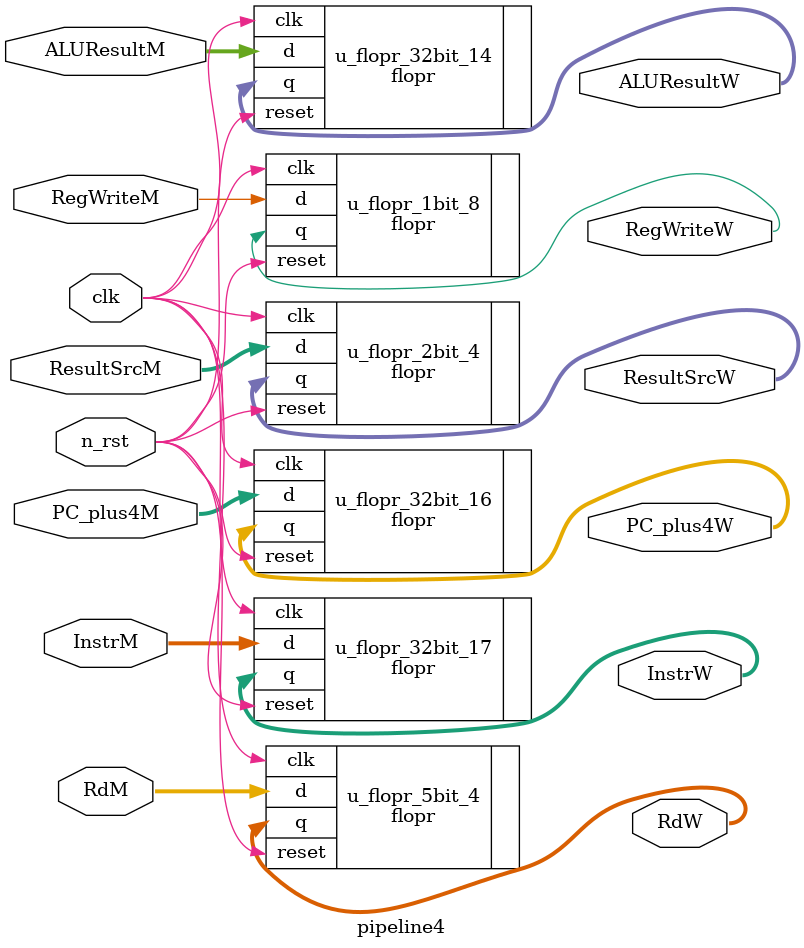
<source format=sv>
module pipeline4(
    clk,
    n_rst,
    RegWriteM,
    RegWriteW,
    ResultSrcM,
    ResultSrcW,
    ALUResultM,
    ALUResultW,
    RdM,
    RdW,
    PC_plus4M,
    PC_plus4W,
    InstrM,
    InstrW
);

parameter RESET_VALUE_1 = 1'h0;
parameter RESET_VALUE_2 = 2'h0;
parameter RESET_VALUE_5 = 5'h0;
parameter RESET_VALUE_32 = 32'h0;
parameter RESET_VALUE_INSTR = 32'h0000_0033;

input clk, n_rst;

// 1bit
input RegWriteM;
output RegWriteW;

// 2bit
input [1:0] ResultSrcM;
output [1:0] ResultSrcW;

// 5bit
input [4:0] RdM;
output [4:0] RdW;

// 32bit
input [31:0] ALUResultM, PC_plus4M, InstrM;
output [31:0] ALUResultW, PC_plus4W, InstrW;


 flopr #(.WIDTH(1), .RESET_VALUE(RESET_VALUE_1)) u_flopr_1bit_8 (.clk(clk), .reset(n_rst), .d(RegWriteM), .q(RegWriteW)) ;
 flopr #(.WIDTH(2), .RESET_VALUE(RESET_VALUE_2)) u_flopr_2bit_4 (.clk(clk), .reset(n_rst), .d(ResultSrcM), .q(ResultSrcW)) ;

 flopr #(.WIDTH(32), .RESET_VALUE(RESET_VALUE_32)) u_flopr_32bit_14 (.clk(clk), .reset(n_rst), .d(ALUResultM), .q(ALUResultW)) ;

 flopr #(.WIDTH(5), .RESET_VALUE(RESET_VALUE_5)) u_flopr_5bit_4 (.clk(clk), .reset(n_rst), .d(RdM), .q(RdW)) ;
 flopr #(.WIDTH(32), .RESET_VALUE(RESET_VALUE_32)) u_flopr_32bit_16 (.clk(clk), .reset(n_rst), .d(PC_plus4M), .q(PC_plus4W)) ; 

 flopr #(.WIDTH(32), .RESET_VALUE(RESET_VALUE_INSTR)) u_flopr_32bit_17 (.clk(clk), .reset(n_rst), .d(InstrM), .q(InstrW)) ; 

endmodule

</source>
